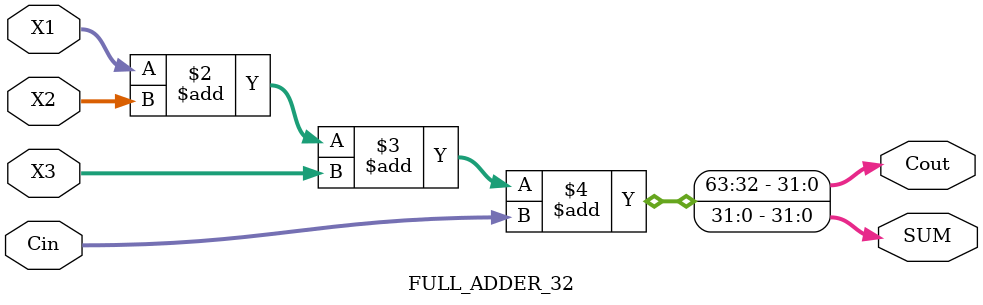
<source format=v>
module FULL_ADDER_32(
    input wire [31:0] X1,
    input wire [31:0] X2,
    input wire [31:0] X3,
    input wire [31:0] Cin,
    output reg [31:0] SUM,
    output reg [31:0] Cout
);
    always @(*) 
        begin
        {Cout, SUM} = X1 + X2 + X3 + Cin;
        end
endmodule

</source>
